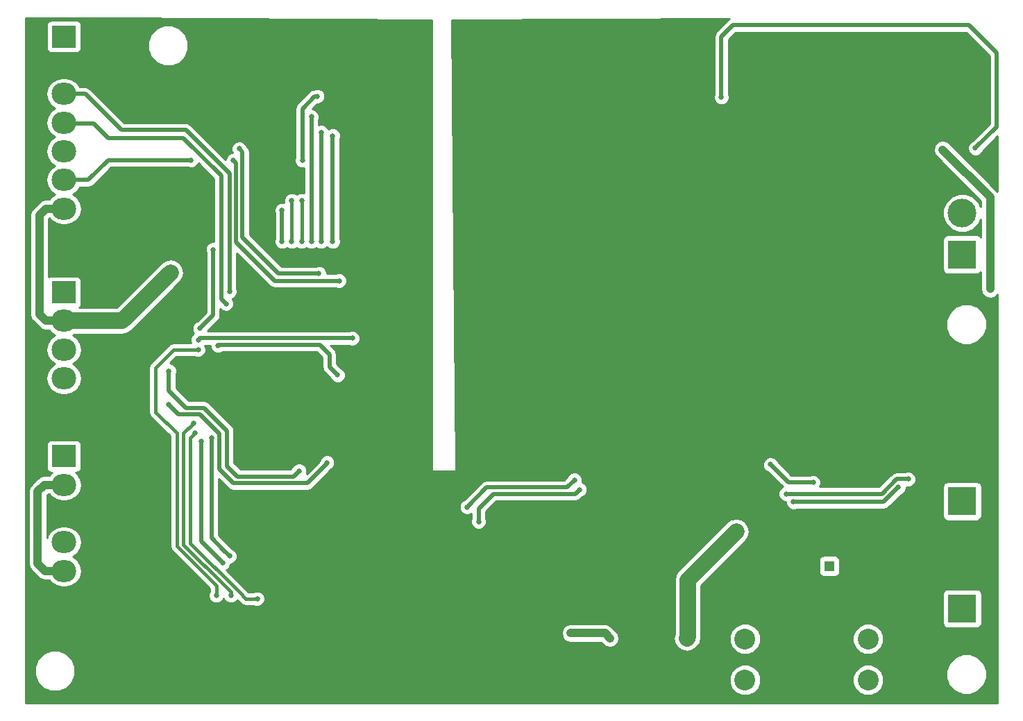
<source format=gbl>
G04 #@! TF.FileFunction,Copper,L2,Bot,Signal*
%FSLAX46Y46*%
G04 Gerber Fmt 4.6, Leading zero omitted, Abs format (unit mm)*
G04 Created by KiCad (PCBNEW 4.0.0-stable) date Thursday, 26 May 2016 'pmt' 07:34:14 pm*
%MOMM*%
G01*
G04 APERTURE LIST*
%ADD10C,0.100000*%
%ADD11R,1.300000X1.300000*%
%ADD12C,1.300000*%
%ADD13C,2.540000*%
%ADD14R,3.500000X3.500000*%
%ADD15C,3.500000*%
%ADD16O,3.000000X2.700000*%
%ADD17R,3.000000X2.700000*%
%ADD18C,0.650000*%
%ADD19C,2.000000*%
%ADD20C,1.000000*%
%ADD21C,3.000000*%
%ADD22C,0.500000*%
%ADD23C,0.400000*%
%ADD24C,0.254000*%
G04 APERTURE END LIST*
D10*
D11*
X208800000Y-122600000D03*
D12*
X213800000Y-122600000D03*
D13*
X198500000Y-136500000D03*
X198500000Y-131500000D03*
X213500000Y-136500000D03*
X213500000Y-131500000D03*
D14*
X225000000Y-127800000D03*
D15*
X225000000Y-122720000D03*
D14*
X225000000Y-84600000D03*
D15*
X225000000Y-79520000D03*
D14*
X225000000Y-114700000D03*
D15*
X225000000Y-109620000D03*
D16*
X115400000Y-82500000D03*
X115400000Y-79000000D03*
D17*
X115400000Y-58000000D03*
D16*
X115400000Y-61500000D03*
X115400000Y-65000000D03*
X115400000Y-68500000D03*
X115400000Y-72000000D03*
X115400000Y-75500000D03*
D17*
X115400000Y-89200000D03*
D16*
X115400000Y-92700000D03*
X115400000Y-96200000D03*
X115400000Y-99700000D03*
X115400000Y-103200000D03*
D17*
X115400000Y-109200000D03*
D16*
X115400000Y-112700000D03*
X115400000Y-116200000D03*
X115400000Y-119700000D03*
X115400000Y-123200000D03*
X115400000Y-126700000D03*
D18*
X159400000Y-77400000D03*
X143600000Y-58400000D03*
X151500000Y-97800000D03*
X142000000Y-134600000D03*
X162300000Y-132800000D03*
X154200000Y-132700000D03*
X160400000Y-135000000D03*
X220200000Y-58400000D03*
X221800000Y-58400000D03*
X217000000Y-58400000D03*
X218600000Y-58400000D03*
X218400000Y-77400000D03*
X215800000Y-77400000D03*
X213100000Y-77400000D03*
X210600000Y-77400000D03*
X151200000Y-87900000D03*
X134800000Y-92200000D03*
X138500000Y-120800000D03*
X140600000Y-109800000D03*
X131200000Y-85600000D03*
X133000000Y-61400000D03*
X151000000Y-59000000D03*
X137200000Y-120800000D03*
X152400000Y-119600000D03*
X147000000Y-114800000D03*
X223000000Y-99600000D03*
X221400000Y-97800000D03*
X223000000Y-97800000D03*
X221400000Y-99600000D03*
X140600000Y-108600000D03*
X134800000Y-93200000D03*
X151400000Y-107800000D03*
X157600000Y-97600000D03*
X152000000Y-81600000D03*
X182400000Y-120000000D03*
X180800000Y-120000000D03*
X204200000Y-120800000D03*
X204200000Y-119200000D03*
X183400000Y-134400000D03*
X181800000Y-134400000D03*
X191400000Y-131400000D03*
X197400000Y-118400000D03*
X222600000Y-71800000D03*
X228400000Y-88800000D03*
X128400000Y-86800000D03*
X182000000Y-131400000D03*
X177200000Y-130800000D03*
X131800000Y-95000000D03*
X150600000Y-94800000D03*
X135600000Y-89100000D03*
X135200000Y-90600000D03*
X136800000Y-71700000D03*
X146500000Y-86900000D03*
X130900000Y-73100000D03*
X136100000Y-73100000D03*
X149000000Y-87800000D03*
X128200000Y-98800000D03*
X144100000Y-111000000D03*
X128200000Y-102900000D03*
X147500000Y-110000000D03*
X148800000Y-99300000D03*
X134200000Y-95700000D03*
X132000000Y-93600000D03*
X133600000Y-84000000D03*
X146300000Y-65300000D03*
X144500000Y-73100000D03*
X145600000Y-83000000D03*
X145600000Y-67800000D03*
X146800000Y-83000000D03*
X146800000Y-69700000D03*
X206800000Y-112400000D03*
X201600000Y-110200000D03*
X195600000Y-65400000D03*
X226600000Y-71600000D03*
X148200000Y-70100000D03*
X148200000Y-83000000D03*
X142000000Y-83000000D03*
X142000000Y-79200000D03*
X131400000Y-106400000D03*
X139000000Y-126600000D03*
X144400000Y-78000000D03*
X144400000Y-83000000D03*
X177700000Y-112100000D03*
X203500000Y-113800000D03*
X164600000Y-115400000D03*
X133400000Y-107000000D03*
X135600000Y-121400000D03*
X218400000Y-112000000D03*
X204400000Y-114800000D03*
X132200000Y-107400000D03*
X166000000Y-117200000D03*
X217200000Y-113000000D03*
X134800000Y-122200000D03*
X178300000Y-113300000D03*
X143200000Y-78000000D03*
X143200000Y-83000000D03*
X131800000Y-96200000D03*
X134000000Y-126200000D03*
X131200000Y-105200000D03*
X135800000Y-126200000D03*
D19*
X225000000Y-109620000D02*
X221980000Y-109620000D01*
X220600000Y-111000000D02*
X220600000Y-122720000D01*
X221980000Y-109620000D02*
X220600000Y-111000000D01*
X225000000Y-122720000D02*
X220600000Y-122720000D01*
X220600000Y-122720000D02*
X213920000Y-122720000D01*
X213920000Y-122720000D02*
X213800000Y-122600000D01*
D20*
X183400000Y-134400000D02*
X189400000Y-134400000D01*
X195400000Y-129600000D02*
X204200000Y-120800000D01*
X195400000Y-133200000D02*
X195400000Y-129600000D01*
X193200000Y-135400000D02*
X195400000Y-133200000D01*
X190400000Y-135400000D02*
X193200000Y-135400000D01*
X189400000Y-134400000D02*
X190400000Y-135400000D01*
X180800000Y-120000000D02*
X182400000Y-120000000D01*
D21*
X204200000Y-119200000D02*
X205400000Y-118000000D01*
X214000000Y-121000000D02*
X214100000Y-121100000D01*
X213800000Y-121000000D02*
X214000000Y-121000000D01*
X210800000Y-118000000D02*
X213800000Y-121000000D01*
X205400000Y-118000000D02*
X210800000Y-118000000D01*
X204200000Y-120800000D02*
X204200000Y-119200000D01*
D20*
X181800000Y-134400000D02*
X183400000Y-134400000D01*
D19*
X191500000Y-131300000D02*
X191500000Y-124300000D01*
X191400000Y-131400000D02*
X191500000Y-131300000D01*
X197400000Y-118400000D02*
X191500000Y-124300000D01*
X191500000Y-124300000D02*
X191500000Y-124400000D01*
D20*
X228400000Y-88800000D02*
X228400000Y-77600000D01*
X228400000Y-77600000D02*
X222600000Y-71800000D01*
X112400000Y-90800000D02*
X112400000Y-91900000D01*
X113200000Y-79000000D02*
X112400000Y-79800000D01*
X112400000Y-79800000D02*
X112400000Y-90800000D01*
X115400000Y-79000000D02*
X113200000Y-79000000D01*
X113200000Y-92700000D02*
X115400000Y-92700000D01*
X112400000Y-91900000D02*
X113200000Y-92700000D01*
D19*
X115400000Y-92700000D02*
X122500000Y-92700000D01*
X122500000Y-92700000D02*
X128400000Y-86800000D01*
D20*
X182000000Y-131400000D02*
X181400000Y-130800000D01*
X181400000Y-130800000D02*
X177200000Y-130800000D01*
D22*
X148700000Y-94800000D02*
X150600000Y-94800000D01*
X133400000Y-94800000D02*
X132000000Y-94800000D01*
X148400000Y-94800000D02*
X133400000Y-94800000D01*
X132000000Y-94800000D02*
X131800000Y-95000000D01*
X148400000Y-94800000D02*
X148700000Y-94800000D01*
X122400000Y-69400000D02*
X118000000Y-65000000D01*
X135600000Y-89100000D02*
X135600000Y-74700000D01*
X130300000Y-69400000D02*
X122400000Y-69400000D01*
X135600000Y-74700000D02*
X130300000Y-69400000D01*
X118000000Y-65000000D02*
X115400000Y-65000000D01*
X115500000Y-68600000D02*
X118200000Y-68600000D01*
X134600000Y-90000000D02*
X134600000Y-75000000D01*
X134600000Y-75000000D02*
X130000000Y-70400000D01*
X130000000Y-70400000D02*
X120800000Y-70400000D01*
X120800000Y-70400000D02*
X119000000Y-68600000D01*
X119000000Y-68600000D02*
X118200000Y-68600000D01*
X135200000Y-90600000D02*
X134600000Y-90000000D01*
X115500000Y-68600000D02*
X115400000Y-68500000D01*
X146500000Y-86900000D02*
X141600000Y-86900000D01*
X137200000Y-72100000D02*
X136800000Y-71700000D01*
X141600000Y-86900000D02*
X137200000Y-82500000D01*
X137200000Y-82500000D02*
X137200000Y-72100000D01*
X115400000Y-75500000D02*
X117700000Y-75500000D01*
X130900000Y-73100000D02*
X120800000Y-73100000D01*
X120800000Y-73100000D02*
X118400000Y-75500000D01*
X118400000Y-75500000D02*
X117700000Y-75500000D01*
X141100000Y-87800000D02*
X136400000Y-83100000D01*
X136400000Y-83100000D02*
X136400000Y-73400000D01*
X136400000Y-73400000D02*
X136100000Y-73100000D01*
X141300002Y-87800000D02*
X148500000Y-87800000D01*
X141300002Y-87800000D02*
X141100000Y-87800000D01*
X148500000Y-87800000D02*
X149000000Y-87800000D01*
X148600000Y-87800000D02*
X148500000Y-87800000D01*
X143400000Y-111700000D02*
X136600000Y-111700000D01*
X136600000Y-111700000D02*
X135300000Y-110400000D01*
X135300000Y-110400000D02*
X135300000Y-106100000D01*
X135300000Y-106100000D02*
X132500000Y-103300000D01*
X132500000Y-103300000D02*
X130300000Y-103300000D01*
X130300000Y-103300000D02*
X128200000Y-101200000D01*
X128200000Y-101200000D02*
X128200000Y-98800000D01*
X144100000Y-111000000D02*
X143400000Y-111700000D01*
X147500000Y-110100000D02*
X145100000Y-112500000D01*
X145100000Y-112500000D02*
X136100000Y-112500000D01*
X136100000Y-112500000D02*
X134400000Y-110800000D01*
X134400000Y-110800000D02*
X134400000Y-106500000D01*
X134400000Y-106500000D02*
X132000000Y-104100000D01*
X132000000Y-104100000D02*
X129400000Y-104100000D01*
X129400000Y-104100000D02*
X128200000Y-102900000D01*
X147500000Y-110000000D02*
X147500000Y-110100000D01*
X147800000Y-98200000D02*
X147800000Y-98300000D01*
X147800000Y-98300000D02*
X148800000Y-99300000D01*
X146600000Y-95600000D02*
X147800000Y-96800000D01*
X147800000Y-96800000D02*
X147800000Y-98200000D01*
X135200000Y-95600000D02*
X134300000Y-95600000D01*
X134300000Y-95600000D02*
X134200000Y-95700000D01*
X135200000Y-95600000D02*
X146600000Y-95600000D01*
D20*
X115400000Y-112700000D02*
X113000000Y-112700000D01*
X113100000Y-123200000D02*
X115400000Y-123200000D01*
X112200000Y-122300000D02*
X113100000Y-123200000D01*
X112200000Y-113500000D02*
X112200000Y-122300000D01*
X113000000Y-112700000D02*
X112200000Y-113500000D01*
D22*
X132000000Y-93600000D02*
X133600000Y-92000000D01*
X133600000Y-92000000D02*
X133600000Y-84000000D01*
X146000000Y-65300000D02*
X146300000Y-65300000D01*
X144500000Y-66800000D02*
X146000000Y-65300000D01*
X144500000Y-73100000D02*
X144500000Y-66800000D01*
X145600000Y-72400000D02*
X145600000Y-67800000D01*
X145600000Y-72400000D02*
X145600000Y-83000000D01*
X146800000Y-71400000D02*
X146800000Y-69700000D01*
X146800000Y-71400000D02*
X146800000Y-83000000D01*
X206800000Y-112400000D02*
X203800000Y-112400000D01*
X203800000Y-112400000D02*
X201600000Y-110200000D01*
X229200000Y-60800000D02*
X229200000Y-60000000D01*
X226600000Y-71600000D02*
X229200000Y-69000000D01*
X229200000Y-69000000D02*
X229200000Y-60800000D01*
X195600000Y-58000000D02*
X195600000Y-65400000D01*
X197000000Y-56600000D02*
X195600000Y-58000000D01*
X225800000Y-56600000D02*
X197000000Y-56600000D01*
X229200000Y-60000000D02*
X225800000Y-56600000D01*
X148200000Y-70100000D02*
X148200000Y-83000000D01*
X142000000Y-79200000D02*
X142000000Y-83000000D01*
D23*
X136800000Y-125800000D02*
X137600000Y-126600000D01*
X131400000Y-106400000D02*
X130800000Y-107000000D01*
X130800000Y-107000000D02*
X130800000Y-119800000D01*
X130800000Y-119800000D02*
X136800000Y-125800000D01*
X137600000Y-126600000D02*
X139000000Y-126600000D01*
X144400000Y-83000000D02*
X144400000Y-78000000D01*
D22*
X176200000Y-113000000D02*
X168000000Y-113000000D01*
X176800000Y-113000000D02*
X176200000Y-113000000D01*
X177700000Y-112100000D02*
X176800000Y-113000000D01*
X213200000Y-113800000D02*
X203500000Y-113800000D01*
X135000000Y-120800000D02*
X135600000Y-121400000D01*
X167000000Y-113000000D02*
X164600000Y-115400000D01*
X168000000Y-113000000D02*
X167000000Y-113000000D01*
X133400000Y-119200000D02*
X135000000Y-120800000D01*
X133400000Y-107000000D02*
X133400000Y-119200000D01*
X168000000Y-113000000D02*
X167800000Y-113000000D01*
X215200000Y-113800000D02*
X213200000Y-113800000D01*
X217000000Y-112000000D02*
X215200000Y-113800000D01*
X218400000Y-112000000D02*
X217000000Y-112000000D01*
X214600000Y-113800000D02*
X213200000Y-113800000D01*
X132200000Y-107400000D02*
X132200000Y-119600000D01*
X166200000Y-115400000D02*
X166000000Y-115600000D01*
X166000000Y-115600000D02*
X166000000Y-117200000D01*
X217200000Y-113000000D02*
X215400000Y-114800000D01*
X176200000Y-113800000D02*
X167800000Y-113800000D01*
X167800000Y-113800000D02*
X166200000Y-115400000D01*
X132200000Y-119600000D02*
X134800000Y-122200000D01*
X215400000Y-114800000D02*
X204400000Y-114800000D01*
X177800000Y-113800000D02*
X176200000Y-113800000D01*
X178300000Y-113300000D02*
X177800000Y-113800000D01*
D23*
X143200000Y-83000000D02*
X143200000Y-78000000D01*
X131800000Y-96200000D02*
X128800000Y-96200000D01*
X129200000Y-106400000D02*
X126600000Y-103800000D01*
X126600000Y-103800000D02*
X126600000Y-101400000D01*
X129200000Y-120200000D02*
X134000000Y-125000000D01*
X134000000Y-125000000D02*
X134000000Y-126200000D01*
X129200000Y-120200000D02*
X129200000Y-106400000D01*
X126600000Y-98400000D02*
X126600000Y-101400000D01*
X128800000Y-96200000D02*
X126600000Y-98400000D01*
X135200000Y-125200000D02*
X135800000Y-125800000D01*
X130000000Y-120000000D02*
X135200000Y-125200000D01*
X130000000Y-106400000D02*
X130000000Y-120000000D01*
X131200000Y-105200000D02*
X130000000Y-106400000D01*
X135800000Y-125800000D02*
X135800000Y-126200000D01*
D24*
G36*
X160273000Y-56025988D02*
X160273000Y-110900000D01*
X160283006Y-110949410D01*
X160311447Y-110991035D01*
X160353841Y-111018315D01*
X160400000Y-111027000D01*
X163100000Y-111027000D01*
X163149410Y-111016994D01*
X163191035Y-110988553D01*
X163218315Y-110946159D01*
X163226995Y-110898848D01*
X163222379Y-110390118D01*
X200639833Y-110390118D01*
X200785677Y-110743086D01*
X201055493Y-111013374D01*
X201237278Y-111088857D01*
X203082292Y-112933871D01*
X202956914Y-112985677D01*
X202686626Y-113255493D01*
X202540167Y-113608206D01*
X202539833Y-113990118D01*
X202685677Y-114343086D01*
X202955493Y-114613374D01*
X203308206Y-114759833D01*
X203440034Y-114759948D01*
X203439833Y-114990118D01*
X203585677Y-115343086D01*
X203855493Y-115613374D01*
X204208206Y-115759833D01*
X204590118Y-115760167D01*
X204772035Y-115685000D01*
X215399995Y-115685000D01*
X215400000Y-115685001D01*
X215682484Y-115628810D01*
X215738675Y-115617633D01*
X216025790Y-115425790D01*
X217562737Y-113888842D01*
X217743086Y-113814323D01*
X218013374Y-113544507D01*
X218159833Y-113191794D01*
X218160053Y-112939838D01*
X218208206Y-112959833D01*
X218590118Y-112960167D01*
X218614723Y-112950000D01*
X222602560Y-112950000D01*
X222602560Y-116450000D01*
X222646838Y-116685317D01*
X222785910Y-116901441D01*
X222998110Y-117046431D01*
X223250000Y-117097440D01*
X226750000Y-117097440D01*
X226985317Y-117053162D01*
X227201441Y-116914090D01*
X227346431Y-116701890D01*
X227397440Y-116450000D01*
X227397440Y-112950000D01*
X227353162Y-112714683D01*
X227214090Y-112498559D01*
X227001890Y-112353569D01*
X226750000Y-112302560D01*
X223250000Y-112302560D01*
X223014683Y-112346838D01*
X222798559Y-112485910D01*
X222653569Y-112698110D01*
X222602560Y-112950000D01*
X218614723Y-112950000D01*
X218943086Y-112814323D01*
X219213374Y-112544507D01*
X219359833Y-112191794D01*
X219360167Y-111809882D01*
X219214323Y-111456914D01*
X218944507Y-111186626D01*
X218591794Y-111040167D01*
X218209882Y-111039833D01*
X218027965Y-111115000D01*
X217000000Y-111115000D01*
X216661325Y-111182367D01*
X216374210Y-111374210D01*
X216374208Y-111374213D01*
X214833420Y-112915000D01*
X207625626Y-112915000D01*
X207759833Y-112591794D01*
X207760167Y-112209882D01*
X207614323Y-111856914D01*
X207344507Y-111586626D01*
X206991794Y-111440167D01*
X206609882Y-111439833D01*
X206427965Y-111515000D01*
X204166579Y-111515000D01*
X202488841Y-109837261D01*
X202414323Y-109656914D01*
X202144507Y-109386626D01*
X201791794Y-109240167D01*
X201409882Y-109239833D01*
X201056914Y-109385677D01*
X200786626Y-109655493D01*
X200640167Y-110008206D01*
X200639833Y-110390118D01*
X163222379Y-110390118D01*
X163069948Y-93592128D01*
X223014570Y-93592128D01*
X223392091Y-94505800D01*
X224090523Y-95205452D01*
X225003534Y-95584568D01*
X225992128Y-95585430D01*
X226905800Y-95207909D01*
X227605452Y-94509477D01*
X227984568Y-93596466D01*
X227985430Y-92607872D01*
X227607909Y-91694200D01*
X226909477Y-90994548D01*
X225996466Y-90615432D01*
X225007872Y-90614570D01*
X224094200Y-90992091D01*
X223394548Y-91690523D01*
X223015432Y-92603534D01*
X223014570Y-93592128D01*
X163069948Y-93592128D01*
X162729064Y-56026829D01*
X196598536Y-55824321D01*
X196374210Y-55974210D01*
X196374208Y-55974213D01*
X194974210Y-57374210D01*
X194782367Y-57661325D01*
X194782367Y-57661326D01*
X194714999Y-58000000D01*
X194715000Y-58000005D01*
X194715000Y-65027988D01*
X194640167Y-65208206D01*
X194639833Y-65590118D01*
X194785677Y-65943086D01*
X195055493Y-66213374D01*
X195408206Y-66359833D01*
X195790118Y-66360167D01*
X196143086Y-66214323D01*
X196413374Y-65944507D01*
X196559833Y-65591794D01*
X196560167Y-65209882D01*
X196485000Y-65027965D01*
X196485000Y-58366580D01*
X197366579Y-57485000D01*
X225433420Y-57485000D01*
X228315000Y-60366579D01*
X228315000Y-68633421D01*
X226237261Y-70711159D01*
X226056914Y-70785677D01*
X225786626Y-71055493D01*
X225640167Y-71408206D01*
X225639833Y-71790118D01*
X225785677Y-72143086D01*
X226055493Y-72413374D01*
X226408206Y-72559833D01*
X226790118Y-72560167D01*
X227143086Y-72414323D01*
X227413374Y-72144507D01*
X227488857Y-71962722D01*
X229290000Y-70161579D01*
X229290000Y-76928288D01*
X229202566Y-76797434D01*
X223402566Y-70997434D01*
X223034345Y-70751397D01*
X222600000Y-70665000D01*
X222165655Y-70751397D01*
X221797434Y-70997434D01*
X221551397Y-71365655D01*
X221465000Y-71800000D01*
X221551397Y-72234345D01*
X221797434Y-72602566D01*
X227265000Y-78070132D01*
X227265000Y-78756253D01*
X227023084Y-78170771D01*
X226352758Y-77499274D01*
X225476487Y-77135415D01*
X224527675Y-77134587D01*
X223650771Y-77496916D01*
X222979274Y-78167242D01*
X222615415Y-79043513D01*
X222614587Y-79992325D01*
X222976916Y-80869229D01*
X223647242Y-81540726D01*
X224523513Y-81904585D01*
X225472325Y-81905413D01*
X226349229Y-81543084D01*
X227020726Y-80872758D01*
X227265000Y-80284480D01*
X227265000Y-82477675D01*
X227214090Y-82398559D01*
X227001890Y-82253569D01*
X226750000Y-82202560D01*
X223250000Y-82202560D01*
X223014683Y-82246838D01*
X222798559Y-82385910D01*
X222653569Y-82598110D01*
X222602560Y-82850000D01*
X222602560Y-86350000D01*
X222646838Y-86585317D01*
X222785910Y-86801441D01*
X222998110Y-86946431D01*
X223250000Y-86997440D01*
X226750000Y-86997440D01*
X226985317Y-86953162D01*
X227201441Y-86814090D01*
X227265000Y-86721068D01*
X227265000Y-88800000D01*
X227351397Y-89234346D01*
X227597434Y-89602566D01*
X227965654Y-89848603D01*
X228400000Y-89935000D01*
X228834346Y-89848603D01*
X229202566Y-89602566D01*
X229290000Y-89471712D01*
X229290000Y-139290000D01*
X110710000Y-139290000D01*
X110710000Y-135892128D01*
X111814570Y-135892128D01*
X112192091Y-136805800D01*
X112890523Y-137505452D01*
X113803534Y-137884568D01*
X114792128Y-137885430D01*
X115705800Y-137507909D01*
X116337545Y-136877265D01*
X196594670Y-136877265D01*
X196884078Y-137577686D01*
X197419495Y-138114039D01*
X198119410Y-138404668D01*
X198877265Y-138405330D01*
X199577686Y-138115922D01*
X200114039Y-137580505D01*
X200404668Y-136880590D01*
X200404670Y-136877265D01*
X211594670Y-136877265D01*
X211884078Y-137577686D01*
X212419495Y-138114039D01*
X213119410Y-138404668D01*
X213877265Y-138405330D01*
X214577686Y-138115922D01*
X215114039Y-137580505D01*
X215404668Y-136880590D01*
X215405182Y-136292128D01*
X223014570Y-136292128D01*
X223392091Y-137205800D01*
X224090523Y-137905452D01*
X225003534Y-138284568D01*
X225992128Y-138285430D01*
X226905800Y-137907909D01*
X227605452Y-137209477D01*
X227984568Y-136296466D01*
X227985430Y-135307872D01*
X227607909Y-134394200D01*
X226909477Y-133694548D01*
X225996466Y-133315432D01*
X225007872Y-133314570D01*
X224094200Y-133692091D01*
X223394548Y-134390523D01*
X223015432Y-135303534D01*
X223014570Y-136292128D01*
X215405182Y-136292128D01*
X215405330Y-136122735D01*
X215115922Y-135422314D01*
X214580505Y-134885961D01*
X213880590Y-134595332D01*
X213122735Y-134594670D01*
X212422314Y-134884078D01*
X211885961Y-135419495D01*
X211595332Y-136119410D01*
X211594670Y-136877265D01*
X200404670Y-136877265D01*
X200405330Y-136122735D01*
X200115922Y-135422314D01*
X199580505Y-134885961D01*
X198880590Y-134595332D01*
X198122735Y-134594670D01*
X197422314Y-134884078D01*
X196885961Y-135419495D01*
X196595332Y-136119410D01*
X196594670Y-136877265D01*
X116337545Y-136877265D01*
X116405452Y-136809477D01*
X116784568Y-135896466D01*
X116785430Y-134907872D01*
X116407909Y-133994200D01*
X115709477Y-133294548D01*
X114796466Y-132915432D01*
X113807872Y-132914570D01*
X112894200Y-133292091D01*
X112194548Y-133990523D01*
X111815432Y-134903534D01*
X111814570Y-135892128D01*
X110710000Y-135892128D01*
X110710000Y-130800000D01*
X176065000Y-130800000D01*
X176151397Y-131234346D01*
X176397434Y-131602566D01*
X176765654Y-131848603D01*
X177200000Y-131935000D01*
X180929868Y-131935000D01*
X181197434Y-132202566D01*
X181565655Y-132448603D01*
X182000000Y-132535000D01*
X182434345Y-132448603D01*
X182802566Y-132202566D01*
X183048603Y-131834345D01*
X183135000Y-131400000D01*
X189764999Y-131400000D01*
X189889457Y-132025688D01*
X190243880Y-132556120D01*
X190774312Y-132910543D01*
X191400000Y-133035001D01*
X192025688Y-132910543D01*
X192556120Y-132556120D01*
X192656117Y-132456122D01*
X192656120Y-132456120D01*
X193010543Y-131925687D01*
X193020174Y-131877265D01*
X196594670Y-131877265D01*
X196884078Y-132577686D01*
X197419495Y-133114039D01*
X198119410Y-133404668D01*
X198877265Y-133405330D01*
X199577686Y-133115922D01*
X200114039Y-132580505D01*
X200404668Y-131880590D01*
X200404670Y-131877265D01*
X211594670Y-131877265D01*
X211884078Y-132577686D01*
X212419495Y-133114039D01*
X213119410Y-133404668D01*
X213877265Y-133405330D01*
X214577686Y-133115922D01*
X215114039Y-132580505D01*
X215404668Y-131880590D01*
X215405330Y-131122735D01*
X215115922Y-130422314D01*
X214580505Y-129885961D01*
X213880590Y-129595332D01*
X213122735Y-129594670D01*
X212422314Y-129884078D01*
X211885961Y-130419495D01*
X211595332Y-131119410D01*
X211594670Y-131877265D01*
X200404670Y-131877265D01*
X200405330Y-131122735D01*
X200115922Y-130422314D01*
X199580505Y-129885961D01*
X198880590Y-129595332D01*
X198122735Y-129594670D01*
X197422314Y-129884078D01*
X196885961Y-130419495D01*
X196595332Y-131119410D01*
X196594670Y-131877265D01*
X193020174Y-131877265D01*
X193135000Y-131300000D01*
X193135000Y-126050000D01*
X222602560Y-126050000D01*
X222602560Y-129550000D01*
X222646838Y-129785317D01*
X222785910Y-130001441D01*
X222998110Y-130146431D01*
X223250000Y-130197440D01*
X226750000Y-130197440D01*
X226985317Y-130153162D01*
X227201441Y-130014090D01*
X227346431Y-129801890D01*
X227397440Y-129550000D01*
X227397440Y-126050000D01*
X227353162Y-125814683D01*
X227214090Y-125598559D01*
X227001890Y-125453569D01*
X226750000Y-125402560D01*
X223250000Y-125402560D01*
X223014683Y-125446838D01*
X222798559Y-125585910D01*
X222653569Y-125798110D01*
X222602560Y-126050000D01*
X193135000Y-126050000D01*
X193135000Y-124977240D01*
X196162240Y-121950000D01*
X207502560Y-121950000D01*
X207502560Y-123250000D01*
X207546838Y-123485317D01*
X207685910Y-123701441D01*
X207898110Y-123846431D01*
X208150000Y-123897440D01*
X209450000Y-123897440D01*
X209685317Y-123853162D01*
X209901441Y-123714090D01*
X210046431Y-123501890D01*
X210097440Y-123250000D01*
X210097440Y-121950000D01*
X210053162Y-121714683D01*
X209914090Y-121498559D01*
X209701890Y-121353569D01*
X209450000Y-121302560D01*
X208150000Y-121302560D01*
X207914683Y-121346838D01*
X207698559Y-121485910D01*
X207553569Y-121698110D01*
X207502560Y-121950000D01*
X196162240Y-121950000D01*
X198556120Y-119556120D01*
X198910543Y-119025688D01*
X199035001Y-118400000D01*
X198910543Y-117774312D01*
X198556120Y-117243880D01*
X198025688Y-116889457D01*
X197400000Y-116764999D01*
X196774312Y-116889457D01*
X196243880Y-117243880D01*
X190343880Y-123143880D01*
X189989457Y-123674312D01*
X189864999Y-124300000D01*
X189865000Y-124300005D01*
X189865000Y-130897265D01*
X189764999Y-131400000D01*
X183135000Y-131400000D01*
X183048603Y-130965655D01*
X182802566Y-130597434D01*
X182202566Y-129997434D01*
X182035735Y-129885961D01*
X181834346Y-129751397D01*
X181400000Y-129665000D01*
X177200000Y-129665000D01*
X176765654Y-129751397D01*
X176397434Y-129997434D01*
X176151397Y-130365654D01*
X176065000Y-130800000D01*
X110710000Y-130800000D01*
X110710000Y-113500000D01*
X111065000Y-113500000D01*
X111065000Y-122300000D01*
X111151397Y-122734346D01*
X111337838Y-123013374D01*
X111397434Y-123102566D01*
X112297434Y-124002566D01*
X112665654Y-124248603D01*
X113100000Y-124335000D01*
X113625088Y-124335000D01*
X113804566Y-124603607D01*
X114448546Y-125033901D01*
X115208173Y-125185000D01*
X115591827Y-125185000D01*
X116351454Y-125033901D01*
X116995434Y-124603607D01*
X117425728Y-123959627D01*
X117576827Y-123200000D01*
X117425728Y-122440373D01*
X116995434Y-121796393D01*
X116477021Y-121450000D01*
X116995434Y-121103607D01*
X117425728Y-120459627D01*
X117576827Y-119700000D01*
X117425728Y-118940373D01*
X116995434Y-118296393D01*
X116351454Y-117866099D01*
X115591827Y-117715000D01*
X115208173Y-117715000D01*
X114448546Y-117866099D01*
X113804566Y-118296393D01*
X113374272Y-118940373D01*
X113335000Y-119137807D01*
X113335000Y-113970132D01*
X113470132Y-113835000D01*
X113625088Y-113835000D01*
X113804566Y-114103607D01*
X114448546Y-114533901D01*
X115208173Y-114685000D01*
X115591827Y-114685000D01*
X116351454Y-114533901D01*
X116995434Y-114103607D01*
X117425728Y-113459627D01*
X117576827Y-112700000D01*
X117425728Y-111940373D01*
X116995434Y-111296393D01*
X116847340Y-111197440D01*
X116900000Y-111197440D01*
X117135317Y-111153162D01*
X117351441Y-111014090D01*
X117496431Y-110801890D01*
X117547440Y-110550000D01*
X117547440Y-107850000D01*
X117503162Y-107614683D01*
X117364090Y-107398559D01*
X117151890Y-107253569D01*
X116900000Y-107202560D01*
X113900000Y-107202560D01*
X113664683Y-107246838D01*
X113448559Y-107385910D01*
X113303569Y-107598110D01*
X113252560Y-107850000D01*
X113252560Y-110550000D01*
X113296838Y-110785317D01*
X113435910Y-111001441D01*
X113648110Y-111146431D01*
X113900000Y-111197440D01*
X113952660Y-111197440D01*
X113804566Y-111296393D01*
X113625088Y-111565000D01*
X113000000Y-111565000D01*
X112565654Y-111651397D01*
X112232191Y-111874210D01*
X112197434Y-111897434D01*
X111397434Y-112697434D01*
X111151397Y-113065654D01*
X111065000Y-113500000D01*
X110710000Y-113500000D01*
X110710000Y-79800000D01*
X111265000Y-79800000D01*
X111265000Y-91900000D01*
X111351397Y-92334346D01*
X111546133Y-92625789D01*
X111597434Y-92702566D01*
X112397434Y-93502566D01*
X112765654Y-93748603D01*
X113200000Y-93835000D01*
X113625088Y-93835000D01*
X113804566Y-94103607D01*
X114322979Y-94450000D01*
X113804566Y-94796393D01*
X113374272Y-95440373D01*
X113223173Y-96200000D01*
X113374272Y-96959627D01*
X113804566Y-97603607D01*
X114322979Y-97950000D01*
X113804566Y-98296393D01*
X113374272Y-98940373D01*
X113223173Y-99700000D01*
X113374272Y-100459627D01*
X113804566Y-101103607D01*
X114448546Y-101533901D01*
X115208173Y-101685000D01*
X115591827Y-101685000D01*
X116351454Y-101533901D01*
X116995434Y-101103607D01*
X117425728Y-100459627D01*
X117576827Y-99700000D01*
X117425728Y-98940373D01*
X116995434Y-98296393D01*
X116477021Y-97950000D01*
X116995434Y-97603607D01*
X117425728Y-96959627D01*
X117576827Y-96200000D01*
X117425728Y-95440373D01*
X116995434Y-94796393D01*
X116477021Y-94450000D01*
X116649130Y-94335000D01*
X122499995Y-94335000D01*
X122500000Y-94335001D01*
X123125688Y-94210543D01*
X123656120Y-93856120D01*
X129556120Y-87956120D01*
X129910543Y-87425688D01*
X130035001Y-86800000D01*
X129910543Y-86174312D01*
X129556120Y-85643880D01*
X129025688Y-85289457D01*
X128400000Y-85164999D01*
X127774312Y-85289457D01*
X127243880Y-85643880D01*
X121822760Y-91065000D01*
X117272325Y-91065000D01*
X117351441Y-91014090D01*
X117496431Y-90801890D01*
X117547440Y-90550000D01*
X117547440Y-87850000D01*
X117503162Y-87614683D01*
X117364090Y-87398559D01*
X117151890Y-87253569D01*
X116900000Y-87202560D01*
X113900000Y-87202560D01*
X113664683Y-87246838D01*
X113535000Y-87330287D01*
X113535000Y-80270132D01*
X113643130Y-80162002D01*
X113804566Y-80403607D01*
X114448546Y-80833901D01*
X115208173Y-80985000D01*
X115591827Y-80985000D01*
X116351454Y-80833901D01*
X116995434Y-80403607D01*
X117425728Y-79759627D01*
X117576827Y-79000000D01*
X117425728Y-78240373D01*
X116995434Y-77596393D01*
X116477021Y-77250000D01*
X116995434Y-76903607D01*
X117341956Y-76385000D01*
X118399995Y-76385000D01*
X118400000Y-76385001D01*
X118682484Y-76328810D01*
X118738675Y-76317633D01*
X119025790Y-76125790D01*
X121166579Y-73985000D01*
X130527988Y-73985000D01*
X130708206Y-74059833D01*
X131090118Y-74060167D01*
X131443086Y-73914323D01*
X131713374Y-73644507D01*
X131795396Y-73446976D01*
X133715000Y-75366579D01*
X133715000Y-83040100D01*
X133409882Y-83039833D01*
X133056914Y-83185677D01*
X132786626Y-83455493D01*
X132640167Y-83808206D01*
X132639833Y-84190118D01*
X132715000Y-84372035D01*
X132715000Y-91633421D01*
X131637262Y-92711159D01*
X131456914Y-92785677D01*
X131186626Y-93055493D01*
X131040167Y-93408206D01*
X131039833Y-93790118D01*
X131185677Y-94143086D01*
X131242529Y-94200037D01*
X130986626Y-94455493D01*
X130840167Y-94808206D01*
X130839833Y-95190118D01*
X130912093Y-95365000D01*
X128800000Y-95365000D01*
X128480459Y-95428561D01*
X128306934Y-95544507D01*
X128209566Y-95609566D01*
X126009566Y-97809566D01*
X125828561Y-98080459D01*
X125765000Y-98400000D01*
X125765000Y-103800000D01*
X125828561Y-104119541D01*
X125908938Y-104239833D01*
X126009566Y-104390434D01*
X128365000Y-106745868D01*
X128365000Y-120200000D01*
X128428561Y-120519541D01*
X128609566Y-120790434D01*
X133165000Y-125345868D01*
X133165000Y-125707574D01*
X133040167Y-126008206D01*
X133039833Y-126390118D01*
X133185677Y-126743086D01*
X133455493Y-127013374D01*
X133808206Y-127159833D01*
X134190118Y-127160167D01*
X134543086Y-127014323D01*
X134813374Y-126744507D01*
X134900032Y-126535811D01*
X134985677Y-126743086D01*
X135255493Y-127013374D01*
X135608206Y-127159833D01*
X135990118Y-127160167D01*
X136343086Y-127014323D01*
X136588485Y-126769353D01*
X137009566Y-127190434D01*
X137280459Y-127371439D01*
X137600000Y-127435000D01*
X138507574Y-127435000D01*
X138808206Y-127559833D01*
X139190118Y-127560167D01*
X139543086Y-127414323D01*
X139813374Y-127144507D01*
X139959833Y-126791794D01*
X139960167Y-126409882D01*
X139814323Y-126056914D01*
X139544507Y-125786626D01*
X139191794Y-125640167D01*
X138809882Y-125639833D01*
X138506956Y-125765000D01*
X137945868Y-125765000D01*
X135238433Y-123057565D01*
X135343086Y-123014323D01*
X135613374Y-122744507D01*
X135759833Y-122391794D01*
X135759861Y-122360141D01*
X135790118Y-122360167D01*
X136143086Y-122214323D01*
X136413374Y-121944507D01*
X136559833Y-121591794D01*
X136560167Y-121209882D01*
X136414323Y-120856914D01*
X136144507Y-120586626D01*
X135962722Y-120511142D01*
X135625790Y-120174210D01*
X135625787Y-120174208D01*
X134285000Y-118833420D01*
X134285000Y-115590118D01*
X163639833Y-115590118D01*
X163785677Y-115943086D01*
X164055493Y-116213374D01*
X164408206Y-116359833D01*
X164790118Y-116360167D01*
X165115000Y-116225928D01*
X165115000Y-116827988D01*
X165040167Y-117008206D01*
X165039833Y-117390118D01*
X165185677Y-117743086D01*
X165455493Y-118013374D01*
X165808206Y-118159833D01*
X166190118Y-118160167D01*
X166543086Y-118014323D01*
X166813374Y-117744507D01*
X166959833Y-117391794D01*
X166960167Y-117009882D01*
X166885000Y-116827965D01*
X166885000Y-115966580D01*
X168166579Y-114685000D01*
X177799995Y-114685000D01*
X177800000Y-114685001D01*
X178082484Y-114628810D01*
X178138675Y-114617633D01*
X178425790Y-114425790D01*
X178662738Y-114188842D01*
X178843086Y-114114323D01*
X179113374Y-113844507D01*
X179259833Y-113491794D01*
X179260167Y-113109882D01*
X179114323Y-112756914D01*
X178844507Y-112486626D01*
X178617988Y-112392567D01*
X178659833Y-112291794D01*
X178660167Y-111909882D01*
X178514323Y-111556914D01*
X178244507Y-111286626D01*
X177891794Y-111140167D01*
X177509882Y-111139833D01*
X177156914Y-111285677D01*
X176886626Y-111555493D01*
X176811142Y-111737279D01*
X176433420Y-112115000D01*
X167000005Y-112115000D01*
X167000000Y-112114999D01*
X166661326Y-112182366D01*
X166566054Y-112246025D01*
X166374210Y-112374210D01*
X166374208Y-112374213D01*
X164237261Y-114511159D01*
X164056914Y-114585677D01*
X163786626Y-114855493D01*
X163640167Y-115208206D01*
X163639833Y-115590118D01*
X134285000Y-115590118D01*
X134285000Y-111936580D01*
X135474208Y-113125787D01*
X135474210Y-113125790D01*
X135761325Y-113317633D01*
X135817516Y-113328810D01*
X136100000Y-113385001D01*
X136100005Y-113385000D01*
X145099995Y-113385000D01*
X145100000Y-113385001D01*
X145382484Y-113328810D01*
X145438675Y-113317633D01*
X145725790Y-113125790D01*
X145725791Y-113125789D01*
X148033151Y-110818428D01*
X148043086Y-110814323D01*
X148313374Y-110544507D01*
X148459833Y-110191794D01*
X148460167Y-109809882D01*
X148314323Y-109456914D01*
X148044507Y-109186626D01*
X147691794Y-109040167D01*
X147309882Y-109039833D01*
X146956914Y-109185677D01*
X146686626Y-109455493D01*
X146540167Y-109808206D01*
X146540167Y-109808254D01*
X144991101Y-111357319D01*
X145059833Y-111191794D01*
X145060167Y-110809882D01*
X144914323Y-110456914D01*
X144644507Y-110186626D01*
X144291794Y-110040167D01*
X143909882Y-110039833D01*
X143556914Y-110185677D01*
X143286626Y-110455493D01*
X143211142Y-110637278D01*
X143033420Y-110815000D01*
X136966579Y-110815000D01*
X136185000Y-110033420D01*
X136185000Y-106100005D01*
X136185001Y-106100000D01*
X136117633Y-105761326D01*
X136117633Y-105761325D01*
X135925790Y-105474210D01*
X135925787Y-105474208D01*
X133125790Y-102674210D01*
X132956846Y-102561326D01*
X132838675Y-102482367D01*
X132782484Y-102471190D01*
X132500000Y-102414999D01*
X132499995Y-102415000D01*
X130666579Y-102415000D01*
X129085000Y-100833420D01*
X129085000Y-99172012D01*
X129159833Y-98991794D01*
X129160167Y-98609882D01*
X129014323Y-98256914D01*
X128744507Y-97986626D01*
X128391794Y-97840167D01*
X128340746Y-97840122D01*
X129145868Y-97035000D01*
X131307574Y-97035000D01*
X131608206Y-97159833D01*
X131990118Y-97160167D01*
X132343086Y-97014323D01*
X132613374Y-96744507D01*
X132759833Y-96391794D01*
X132760167Y-96009882D01*
X132625928Y-95685000D01*
X133240012Y-95685000D01*
X133239833Y-95890118D01*
X133385677Y-96243086D01*
X133655493Y-96513374D01*
X134008206Y-96659833D01*
X134390118Y-96660167D01*
X134743086Y-96514323D01*
X134772460Y-96485000D01*
X146233420Y-96485000D01*
X146915000Y-97166579D01*
X146915000Y-98299995D01*
X146914999Y-98300000D01*
X146952122Y-98486626D01*
X146982367Y-98638675D01*
X147107393Y-98825790D01*
X147174210Y-98925790D01*
X147911158Y-99662737D01*
X147985677Y-99843086D01*
X148255493Y-100113374D01*
X148608206Y-100259833D01*
X148990118Y-100260167D01*
X149343086Y-100114323D01*
X149613374Y-99844507D01*
X149759833Y-99491794D01*
X149760167Y-99109882D01*
X149614323Y-98756914D01*
X149344507Y-98486626D01*
X149162721Y-98411142D01*
X148685000Y-97933420D01*
X148685000Y-96800005D01*
X148685001Y-96800000D01*
X148617633Y-96461325D01*
X148570054Y-96390118D01*
X148425790Y-96174210D01*
X148425787Y-96174208D01*
X147936579Y-95685000D01*
X150227988Y-95685000D01*
X150408206Y-95759833D01*
X150790118Y-95760167D01*
X151143086Y-95614323D01*
X151413374Y-95344507D01*
X151559833Y-94991794D01*
X151560167Y-94609882D01*
X151414323Y-94256914D01*
X151144507Y-93986626D01*
X150791794Y-93840167D01*
X150409882Y-93839833D01*
X150227965Y-93915000D01*
X132936580Y-93915000D01*
X134225787Y-92625792D01*
X134225790Y-92625790D01*
X134417633Y-92338675D01*
X134432158Y-92265654D01*
X134485001Y-92000000D01*
X134485000Y-91999995D01*
X134485000Y-91242583D01*
X134655493Y-91413374D01*
X135008206Y-91559833D01*
X135390118Y-91560167D01*
X135743086Y-91414323D01*
X136013374Y-91144507D01*
X136159833Y-90791794D01*
X136160167Y-90409882D01*
X136014323Y-90056914D01*
X135951149Y-89993630D01*
X136143086Y-89914323D01*
X136413374Y-89644507D01*
X136559833Y-89291794D01*
X136560167Y-88909882D01*
X136485000Y-88727965D01*
X136485000Y-84436580D01*
X140474208Y-88425787D01*
X140474210Y-88425790D01*
X140761325Y-88617633D01*
X140817516Y-88628810D01*
X141100000Y-88685001D01*
X141100005Y-88685000D01*
X148627988Y-88685000D01*
X148808206Y-88759833D01*
X149190118Y-88760167D01*
X149543086Y-88614323D01*
X149813374Y-88344507D01*
X149959833Y-87991794D01*
X149960167Y-87609882D01*
X149814323Y-87256914D01*
X149544507Y-86986626D01*
X149191794Y-86840167D01*
X148809882Y-86839833D01*
X148627965Y-86915000D01*
X147459988Y-86915000D01*
X147460167Y-86709882D01*
X147314323Y-86356914D01*
X147044507Y-86086626D01*
X146691794Y-85940167D01*
X146309882Y-85939833D01*
X146127965Y-86015000D01*
X141966579Y-86015000D01*
X138085000Y-82133420D01*
X138085000Y-79390118D01*
X141039833Y-79390118D01*
X141115000Y-79572035D01*
X141115000Y-82627988D01*
X141040167Y-82808206D01*
X141039833Y-83190118D01*
X141185677Y-83543086D01*
X141455493Y-83813374D01*
X141808206Y-83959833D01*
X142190118Y-83960167D01*
X142543086Y-83814323D01*
X142599862Y-83757646D01*
X142655493Y-83813374D01*
X143008206Y-83959833D01*
X143390118Y-83960167D01*
X143743086Y-83814323D01*
X143799862Y-83757646D01*
X143855493Y-83813374D01*
X144208206Y-83959833D01*
X144590118Y-83960167D01*
X144943086Y-83814323D01*
X144999862Y-83757646D01*
X145055493Y-83813374D01*
X145408206Y-83959833D01*
X145790118Y-83960167D01*
X146143086Y-83814323D01*
X146199862Y-83757646D01*
X146255493Y-83813374D01*
X146608206Y-83959833D01*
X146990118Y-83960167D01*
X147343086Y-83814323D01*
X147500037Y-83657646D01*
X147655493Y-83813374D01*
X148008206Y-83959833D01*
X148390118Y-83960167D01*
X148743086Y-83814323D01*
X149013374Y-83544507D01*
X149159833Y-83191794D01*
X149160167Y-82809882D01*
X149085000Y-82627965D01*
X149085000Y-70472012D01*
X149159833Y-70291794D01*
X149160167Y-69909882D01*
X149014323Y-69556914D01*
X148744507Y-69286626D01*
X148391794Y-69140167D01*
X148009882Y-69139833D01*
X147665979Y-69281931D01*
X147614323Y-69156914D01*
X147344507Y-68886626D01*
X146991794Y-68740167D01*
X146609882Y-68739833D01*
X146485000Y-68791433D01*
X146485000Y-68172012D01*
X146559833Y-67991794D01*
X146560167Y-67609882D01*
X146414323Y-67256914D01*
X146144507Y-66986626D01*
X145791794Y-66840167D01*
X145711483Y-66840097D01*
X146291586Y-66259993D01*
X146490118Y-66260167D01*
X146843086Y-66114323D01*
X147113374Y-65844507D01*
X147259833Y-65491794D01*
X147260167Y-65109882D01*
X147114323Y-64756914D01*
X146844507Y-64486626D01*
X146491794Y-64340167D01*
X146109882Y-64339833D01*
X145861095Y-64442630D01*
X145661325Y-64482367D01*
X145374210Y-64674210D01*
X145374208Y-64674213D01*
X143874210Y-66174210D01*
X143682367Y-66461325D01*
X143682367Y-66461326D01*
X143614999Y-66800000D01*
X143615000Y-66800005D01*
X143615000Y-72727988D01*
X143540167Y-72908206D01*
X143539833Y-73290118D01*
X143685677Y-73643086D01*
X143955493Y-73913374D01*
X144308206Y-74059833D01*
X144690118Y-74060167D01*
X144715000Y-74049886D01*
X144715000Y-77091327D01*
X144591794Y-77040167D01*
X144209882Y-77039833D01*
X143856914Y-77185677D01*
X143800138Y-77242354D01*
X143744507Y-77186626D01*
X143391794Y-77040167D01*
X143009882Y-77039833D01*
X142656914Y-77185677D01*
X142386626Y-77455493D01*
X142240167Y-77808206D01*
X142239833Y-78190118D01*
X142274745Y-78274611D01*
X142191794Y-78240167D01*
X141809882Y-78239833D01*
X141456914Y-78385677D01*
X141186626Y-78655493D01*
X141040167Y-79008206D01*
X141039833Y-79390118D01*
X138085000Y-79390118D01*
X138085000Y-72100000D01*
X138017633Y-71761325D01*
X137825790Y-71474210D01*
X137825787Y-71474208D01*
X137688842Y-71337262D01*
X137614323Y-71156914D01*
X137344507Y-70886626D01*
X136991794Y-70740167D01*
X136609882Y-70739833D01*
X136256914Y-70885677D01*
X135986626Y-71155493D01*
X135840167Y-71508206D01*
X135839833Y-71890118D01*
X135943026Y-72139862D01*
X135909882Y-72139833D01*
X135556914Y-72285677D01*
X135286626Y-72555493D01*
X135140167Y-72908206D01*
X135140097Y-72988518D01*
X130925790Y-68774210D01*
X130756846Y-68661326D01*
X130638675Y-68582367D01*
X130582484Y-68571190D01*
X130300000Y-68514999D01*
X130299995Y-68515000D01*
X122766579Y-68515000D01*
X118625790Y-64374210D01*
X118574341Y-64339833D01*
X118338675Y-64182367D01*
X118282484Y-64171190D01*
X118000000Y-64114999D01*
X117999995Y-64115000D01*
X117341956Y-64115000D01*
X116995434Y-63596393D01*
X116351454Y-63166099D01*
X115591827Y-63015000D01*
X115208173Y-63015000D01*
X114448546Y-63166099D01*
X113804566Y-63596393D01*
X113374272Y-64240373D01*
X113223173Y-65000000D01*
X113374272Y-65759627D01*
X113804566Y-66403607D01*
X114322979Y-66750000D01*
X113804566Y-67096393D01*
X113374272Y-67740373D01*
X113223173Y-68500000D01*
X113374272Y-69259627D01*
X113804566Y-69903607D01*
X114322979Y-70250000D01*
X113804566Y-70596393D01*
X113374272Y-71240373D01*
X113223173Y-72000000D01*
X113374272Y-72759627D01*
X113804566Y-73403607D01*
X114322979Y-73750000D01*
X113804566Y-74096393D01*
X113374272Y-74740373D01*
X113223173Y-75500000D01*
X113374272Y-76259627D01*
X113804566Y-76903607D01*
X114322979Y-77250000D01*
X113804566Y-77596393D01*
X113625088Y-77865000D01*
X113200000Y-77865000D01*
X112765654Y-77951397D01*
X112437338Y-78170771D01*
X112397434Y-78197434D01*
X111597434Y-78997434D01*
X111351397Y-79365654D01*
X111265000Y-79800000D01*
X110710000Y-79800000D01*
X110710000Y-56650000D01*
X113252560Y-56650000D01*
X113252560Y-59350000D01*
X113296838Y-59585317D01*
X113435910Y-59801441D01*
X113648110Y-59946431D01*
X113900000Y-59997440D01*
X116900000Y-59997440D01*
X117135317Y-59953162D01*
X117351441Y-59814090D01*
X117496431Y-59601890D01*
X117498407Y-59592128D01*
X125614570Y-59592128D01*
X125992091Y-60505800D01*
X126690523Y-61205452D01*
X127603534Y-61584568D01*
X128592128Y-61585430D01*
X129505800Y-61207909D01*
X130205452Y-60509477D01*
X130584568Y-59596466D01*
X130585430Y-58607872D01*
X130207909Y-57694200D01*
X129509477Y-56994548D01*
X128596466Y-56615432D01*
X127607872Y-56614570D01*
X126694200Y-56992091D01*
X125994548Y-57690523D01*
X125615432Y-58603534D01*
X125614570Y-59592128D01*
X117498407Y-59592128D01*
X117547440Y-59350000D01*
X117547440Y-56650000D01*
X117503162Y-56414683D01*
X117364090Y-56198559D01*
X117151890Y-56053569D01*
X116900000Y-56002560D01*
X113900000Y-56002560D01*
X113664683Y-56046838D01*
X113448559Y-56185910D01*
X113303569Y-56398110D01*
X113252560Y-56650000D01*
X110710000Y-56650000D01*
X110710000Y-55710000D01*
X120774500Y-55710000D01*
X160273000Y-56025988D01*
X160273000Y-56025988D01*
G37*
X160273000Y-56025988D02*
X160273000Y-110900000D01*
X160283006Y-110949410D01*
X160311447Y-110991035D01*
X160353841Y-111018315D01*
X160400000Y-111027000D01*
X163100000Y-111027000D01*
X163149410Y-111016994D01*
X163191035Y-110988553D01*
X163218315Y-110946159D01*
X163226995Y-110898848D01*
X163222379Y-110390118D01*
X200639833Y-110390118D01*
X200785677Y-110743086D01*
X201055493Y-111013374D01*
X201237278Y-111088857D01*
X203082292Y-112933871D01*
X202956914Y-112985677D01*
X202686626Y-113255493D01*
X202540167Y-113608206D01*
X202539833Y-113990118D01*
X202685677Y-114343086D01*
X202955493Y-114613374D01*
X203308206Y-114759833D01*
X203440034Y-114759948D01*
X203439833Y-114990118D01*
X203585677Y-115343086D01*
X203855493Y-115613374D01*
X204208206Y-115759833D01*
X204590118Y-115760167D01*
X204772035Y-115685000D01*
X215399995Y-115685000D01*
X215400000Y-115685001D01*
X215682484Y-115628810D01*
X215738675Y-115617633D01*
X216025790Y-115425790D01*
X217562737Y-113888842D01*
X217743086Y-113814323D01*
X218013374Y-113544507D01*
X218159833Y-113191794D01*
X218160053Y-112939838D01*
X218208206Y-112959833D01*
X218590118Y-112960167D01*
X218614723Y-112950000D01*
X222602560Y-112950000D01*
X222602560Y-116450000D01*
X222646838Y-116685317D01*
X222785910Y-116901441D01*
X222998110Y-117046431D01*
X223250000Y-117097440D01*
X226750000Y-117097440D01*
X226985317Y-117053162D01*
X227201441Y-116914090D01*
X227346431Y-116701890D01*
X227397440Y-116450000D01*
X227397440Y-112950000D01*
X227353162Y-112714683D01*
X227214090Y-112498559D01*
X227001890Y-112353569D01*
X226750000Y-112302560D01*
X223250000Y-112302560D01*
X223014683Y-112346838D01*
X222798559Y-112485910D01*
X222653569Y-112698110D01*
X222602560Y-112950000D01*
X218614723Y-112950000D01*
X218943086Y-112814323D01*
X219213374Y-112544507D01*
X219359833Y-112191794D01*
X219360167Y-111809882D01*
X219214323Y-111456914D01*
X218944507Y-111186626D01*
X218591794Y-111040167D01*
X218209882Y-111039833D01*
X218027965Y-111115000D01*
X217000000Y-111115000D01*
X216661325Y-111182367D01*
X216374210Y-111374210D01*
X216374208Y-111374213D01*
X214833420Y-112915000D01*
X207625626Y-112915000D01*
X207759833Y-112591794D01*
X207760167Y-112209882D01*
X207614323Y-111856914D01*
X207344507Y-111586626D01*
X206991794Y-111440167D01*
X206609882Y-111439833D01*
X206427965Y-111515000D01*
X204166579Y-111515000D01*
X202488841Y-109837261D01*
X202414323Y-109656914D01*
X202144507Y-109386626D01*
X201791794Y-109240167D01*
X201409882Y-109239833D01*
X201056914Y-109385677D01*
X200786626Y-109655493D01*
X200640167Y-110008206D01*
X200639833Y-110390118D01*
X163222379Y-110390118D01*
X163069948Y-93592128D01*
X223014570Y-93592128D01*
X223392091Y-94505800D01*
X224090523Y-95205452D01*
X225003534Y-95584568D01*
X225992128Y-95585430D01*
X226905800Y-95207909D01*
X227605452Y-94509477D01*
X227984568Y-93596466D01*
X227985430Y-92607872D01*
X227607909Y-91694200D01*
X226909477Y-90994548D01*
X225996466Y-90615432D01*
X225007872Y-90614570D01*
X224094200Y-90992091D01*
X223394548Y-91690523D01*
X223015432Y-92603534D01*
X223014570Y-93592128D01*
X163069948Y-93592128D01*
X162729064Y-56026829D01*
X196598536Y-55824321D01*
X196374210Y-55974210D01*
X196374208Y-55974213D01*
X194974210Y-57374210D01*
X194782367Y-57661325D01*
X194782367Y-57661326D01*
X194714999Y-58000000D01*
X194715000Y-58000005D01*
X194715000Y-65027988D01*
X194640167Y-65208206D01*
X194639833Y-65590118D01*
X194785677Y-65943086D01*
X195055493Y-66213374D01*
X195408206Y-66359833D01*
X195790118Y-66360167D01*
X196143086Y-66214323D01*
X196413374Y-65944507D01*
X196559833Y-65591794D01*
X196560167Y-65209882D01*
X196485000Y-65027965D01*
X196485000Y-58366580D01*
X197366579Y-57485000D01*
X225433420Y-57485000D01*
X228315000Y-60366579D01*
X228315000Y-68633421D01*
X226237261Y-70711159D01*
X226056914Y-70785677D01*
X225786626Y-71055493D01*
X225640167Y-71408206D01*
X225639833Y-71790118D01*
X225785677Y-72143086D01*
X226055493Y-72413374D01*
X226408206Y-72559833D01*
X226790118Y-72560167D01*
X227143086Y-72414323D01*
X227413374Y-72144507D01*
X227488857Y-71962722D01*
X229290000Y-70161579D01*
X229290000Y-76928288D01*
X229202566Y-76797434D01*
X223402566Y-70997434D01*
X223034345Y-70751397D01*
X222600000Y-70665000D01*
X222165655Y-70751397D01*
X221797434Y-70997434D01*
X221551397Y-71365655D01*
X221465000Y-71800000D01*
X221551397Y-72234345D01*
X221797434Y-72602566D01*
X227265000Y-78070132D01*
X227265000Y-78756253D01*
X227023084Y-78170771D01*
X226352758Y-77499274D01*
X225476487Y-77135415D01*
X224527675Y-77134587D01*
X223650771Y-77496916D01*
X222979274Y-78167242D01*
X222615415Y-79043513D01*
X222614587Y-79992325D01*
X222976916Y-80869229D01*
X223647242Y-81540726D01*
X224523513Y-81904585D01*
X225472325Y-81905413D01*
X226349229Y-81543084D01*
X227020726Y-80872758D01*
X227265000Y-80284480D01*
X227265000Y-82477675D01*
X227214090Y-82398559D01*
X227001890Y-82253569D01*
X226750000Y-82202560D01*
X223250000Y-82202560D01*
X223014683Y-82246838D01*
X222798559Y-82385910D01*
X222653569Y-82598110D01*
X222602560Y-82850000D01*
X222602560Y-86350000D01*
X222646838Y-86585317D01*
X222785910Y-86801441D01*
X222998110Y-86946431D01*
X223250000Y-86997440D01*
X226750000Y-86997440D01*
X226985317Y-86953162D01*
X227201441Y-86814090D01*
X227265000Y-86721068D01*
X227265000Y-88800000D01*
X227351397Y-89234346D01*
X227597434Y-89602566D01*
X227965654Y-89848603D01*
X228400000Y-89935000D01*
X228834346Y-89848603D01*
X229202566Y-89602566D01*
X229290000Y-89471712D01*
X229290000Y-139290000D01*
X110710000Y-139290000D01*
X110710000Y-135892128D01*
X111814570Y-135892128D01*
X112192091Y-136805800D01*
X112890523Y-137505452D01*
X113803534Y-137884568D01*
X114792128Y-137885430D01*
X115705800Y-137507909D01*
X116337545Y-136877265D01*
X196594670Y-136877265D01*
X196884078Y-137577686D01*
X197419495Y-138114039D01*
X198119410Y-138404668D01*
X198877265Y-138405330D01*
X199577686Y-138115922D01*
X200114039Y-137580505D01*
X200404668Y-136880590D01*
X200404670Y-136877265D01*
X211594670Y-136877265D01*
X211884078Y-137577686D01*
X212419495Y-138114039D01*
X213119410Y-138404668D01*
X213877265Y-138405330D01*
X214577686Y-138115922D01*
X215114039Y-137580505D01*
X215404668Y-136880590D01*
X215405182Y-136292128D01*
X223014570Y-136292128D01*
X223392091Y-137205800D01*
X224090523Y-137905452D01*
X225003534Y-138284568D01*
X225992128Y-138285430D01*
X226905800Y-137907909D01*
X227605452Y-137209477D01*
X227984568Y-136296466D01*
X227985430Y-135307872D01*
X227607909Y-134394200D01*
X226909477Y-133694548D01*
X225996466Y-133315432D01*
X225007872Y-133314570D01*
X224094200Y-133692091D01*
X223394548Y-134390523D01*
X223015432Y-135303534D01*
X223014570Y-136292128D01*
X215405182Y-136292128D01*
X215405330Y-136122735D01*
X215115922Y-135422314D01*
X214580505Y-134885961D01*
X213880590Y-134595332D01*
X213122735Y-134594670D01*
X212422314Y-134884078D01*
X211885961Y-135419495D01*
X211595332Y-136119410D01*
X211594670Y-136877265D01*
X200404670Y-136877265D01*
X200405330Y-136122735D01*
X200115922Y-135422314D01*
X199580505Y-134885961D01*
X198880590Y-134595332D01*
X198122735Y-134594670D01*
X197422314Y-134884078D01*
X196885961Y-135419495D01*
X196595332Y-136119410D01*
X196594670Y-136877265D01*
X116337545Y-136877265D01*
X116405452Y-136809477D01*
X116784568Y-135896466D01*
X116785430Y-134907872D01*
X116407909Y-133994200D01*
X115709477Y-133294548D01*
X114796466Y-132915432D01*
X113807872Y-132914570D01*
X112894200Y-133292091D01*
X112194548Y-133990523D01*
X111815432Y-134903534D01*
X111814570Y-135892128D01*
X110710000Y-135892128D01*
X110710000Y-130800000D01*
X176065000Y-130800000D01*
X176151397Y-131234346D01*
X176397434Y-131602566D01*
X176765654Y-131848603D01*
X177200000Y-131935000D01*
X180929868Y-131935000D01*
X181197434Y-132202566D01*
X181565655Y-132448603D01*
X182000000Y-132535000D01*
X182434345Y-132448603D01*
X182802566Y-132202566D01*
X183048603Y-131834345D01*
X183135000Y-131400000D01*
X189764999Y-131400000D01*
X189889457Y-132025688D01*
X190243880Y-132556120D01*
X190774312Y-132910543D01*
X191400000Y-133035001D01*
X192025688Y-132910543D01*
X192556120Y-132556120D01*
X192656117Y-132456122D01*
X192656120Y-132456120D01*
X193010543Y-131925687D01*
X193020174Y-131877265D01*
X196594670Y-131877265D01*
X196884078Y-132577686D01*
X197419495Y-133114039D01*
X198119410Y-133404668D01*
X198877265Y-133405330D01*
X199577686Y-133115922D01*
X200114039Y-132580505D01*
X200404668Y-131880590D01*
X200404670Y-131877265D01*
X211594670Y-131877265D01*
X211884078Y-132577686D01*
X212419495Y-133114039D01*
X213119410Y-133404668D01*
X213877265Y-133405330D01*
X214577686Y-133115922D01*
X215114039Y-132580505D01*
X215404668Y-131880590D01*
X215405330Y-131122735D01*
X215115922Y-130422314D01*
X214580505Y-129885961D01*
X213880590Y-129595332D01*
X213122735Y-129594670D01*
X212422314Y-129884078D01*
X211885961Y-130419495D01*
X211595332Y-131119410D01*
X211594670Y-131877265D01*
X200404670Y-131877265D01*
X200405330Y-131122735D01*
X200115922Y-130422314D01*
X199580505Y-129885961D01*
X198880590Y-129595332D01*
X198122735Y-129594670D01*
X197422314Y-129884078D01*
X196885961Y-130419495D01*
X196595332Y-131119410D01*
X196594670Y-131877265D01*
X193020174Y-131877265D01*
X193135000Y-131300000D01*
X193135000Y-126050000D01*
X222602560Y-126050000D01*
X222602560Y-129550000D01*
X222646838Y-129785317D01*
X222785910Y-130001441D01*
X222998110Y-130146431D01*
X223250000Y-130197440D01*
X226750000Y-130197440D01*
X226985317Y-130153162D01*
X227201441Y-130014090D01*
X227346431Y-129801890D01*
X227397440Y-129550000D01*
X227397440Y-126050000D01*
X227353162Y-125814683D01*
X227214090Y-125598559D01*
X227001890Y-125453569D01*
X226750000Y-125402560D01*
X223250000Y-125402560D01*
X223014683Y-125446838D01*
X222798559Y-125585910D01*
X222653569Y-125798110D01*
X222602560Y-126050000D01*
X193135000Y-126050000D01*
X193135000Y-124977240D01*
X196162240Y-121950000D01*
X207502560Y-121950000D01*
X207502560Y-123250000D01*
X207546838Y-123485317D01*
X207685910Y-123701441D01*
X207898110Y-123846431D01*
X208150000Y-123897440D01*
X209450000Y-123897440D01*
X209685317Y-123853162D01*
X209901441Y-123714090D01*
X210046431Y-123501890D01*
X210097440Y-123250000D01*
X210097440Y-121950000D01*
X210053162Y-121714683D01*
X209914090Y-121498559D01*
X209701890Y-121353569D01*
X209450000Y-121302560D01*
X208150000Y-121302560D01*
X207914683Y-121346838D01*
X207698559Y-121485910D01*
X207553569Y-121698110D01*
X207502560Y-121950000D01*
X196162240Y-121950000D01*
X198556120Y-119556120D01*
X198910543Y-119025688D01*
X199035001Y-118400000D01*
X198910543Y-117774312D01*
X198556120Y-117243880D01*
X198025688Y-116889457D01*
X197400000Y-116764999D01*
X196774312Y-116889457D01*
X196243880Y-117243880D01*
X190343880Y-123143880D01*
X189989457Y-123674312D01*
X189864999Y-124300000D01*
X189865000Y-124300005D01*
X189865000Y-130897265D01*
X189764999Y-131400000D01*
X183135000Y-131400000D01*
X183048603Y-130965655D01*
X182802566Y-130597434D01*
X182202566Y-129997434D01*
X182035735Y-129885961D01*
X181834346Y-129751397D01*
X181400000Y-129665000D01*
X177200000Y-129665000D01*
X176765654Y-129751397D01*
X176397434Y-129997434D01*
X176151397Y-130365654D01*
X176065000Y-130800000D01*
X110710000Y-130800000D01*
X110710000Y-113500000D01*
X111065000Y-113500000D01*
X111065000Y-122300000D01*
X111151397Y-122734346D01*
X111337838Y-123013374D01*
X111397434Y-123102566D01*
X112297434Y-124002566D01*
X112665654Y-124248603D01*
X113100000Y-124335000D01*
X113625088Y-124335000D01*
X113804566Y-124603607D01*
X114448546Y-125033901D01*
X115208173Y-125185000D01*
X115591827Y-125185000D01*
X116351454Y-125033901D01*
X116995434Y-124603607D01*
X117425728Y-123959627D01*
X117576827Y-123200000D01*
X117425728Y-122440373D01*
X116995434Y-121796393D01*
X116477021Y-121450000D01*
X116995434Y-121103607D01*
X117425728Y-120459627D01*
X117576827Y-119700000D01*
X117425728Y-118940373D01*
X116995434Y-118296393D01*
X116351454Y-117866099D01*
X115591827Y-117715000D01*
X115208173Y-117715000D01*
X114448546Y-117866099D01*
X113804566Y-118296393D01*
X113374272Y-118940373D01*
X113335000Y-119137807D01*
X113335000Y-113970132D01*
X113470132Y-113835000D01*
X113625088Y-113835000D01*
X113804566Y-114103607D01*
X114448546Y-114533901D01*
X115208173Y-114685000D01*
X115591827Y-114685000D01*
X116351454Y-114533901D01*
X116995434Y-114103607D01*
X117425728Y-113459627D01*
X117576827Y-112700000D01*
X117425728Y-111940373D01*
X116995434Y-111296393D01*
X116847340Y-111197440D01*
X116900000Y-111197440D01*
X117135317Y-111153162D01*
X117351441Y-111014090D01*
X117496431Y-110801890D01*
X117547440Y-110550000D01*
X117547440Y-107850000D01*
X117503162Y-107614683D01*
X117364090Y-107398559D01*
X117151890Y-107253569D01*
X116900000Y-107202560D01*
X113900000Y-107202560D01*
X113664683Y-107246838D01*
X113448559Y-107385910D01*
X113303569Y-107598110D01*
X113252560Y-107850000D01*
X113252560Y-110550000D01*
X113296838Y-110785317D01*
X113435910Y-111001441D01*
X113648110Y-111146431D01*
X113900000Y-111197440D01*
X113952660Y-111197440D01*
X113804566Y-111296393D01*
X113625088Y-111565000D01*
X113000000Y-111565000D01*
X112565654Y-111651397D01*
X112232191Y-111874210D01*
X112197434Y-111897434D01*
X111397434Y-112697434D01*
X111151397Y-113065654D01*
X111065000Y-113500000D01*
X110710000Y-113500000D01*
X110710000Y-79800000D01*
X111265000Y-79800000D01*
X111265000Y-91900000D01*
X111351397Y-92334346D01*
X111546133Y-92625789D01*
X111597434Y-92702566D01*
X112397434Y-93502566D01*
X112765654Y-93748603D01*
X113200000Y-93835000D01*
X113625088Y-93835000D01*
X113804566Y-94103607D01*
X114322979Y-94450000D01*
X113804566Y-94796393D01*
X113374272Y-95440373D01*
X113223173Y-96200000D01*
X113374272Y-96959627D01*
X113804566Y-97603607D01*
X114322979Y-97950000D01*
X113804566Y-98296393D01*
X113374272Y-98940373D01*
X113223173Y-99700000D01*
X113374272Y-100459627D01*
X113804566Y-101103607D01*
X114448546Y-101533901D01*
X115208173Y-101685000D01*
X115591827Y-101685000D01*
X116351454Y-101533901D01*
X116995434Y-101103607D01*
X117425728Y-100459627D01*
X117576827Y-99700000D01*
X117425728Y-98940373D01*
X116995434Y-98296393D01*
X116477021Y-97950000D01*
X116995434Y-97603607D01*
X117425728Y-96959627D01*
X117576827Y-96200000D01*
X117425728Y-95440373D01*
X116995434Y-94796393D01*
X116477021Y-94450000D01*
X116649130Y-94335000D01*
X122499995Y-94335000D01*
X122500000Y-94335001D01*
X123125688Y-94210543D01*
X123656120Y-93856120D01*
X129556120Y-87956120D01*
X129910543Y-87425688D01*
X130035001Y-86800000D01*
X129910543Y-86174312D01*
X129556120Y-85643880D01*
X129025688Y-85289457D01*
X128400000Y-85164999D01*
X127774312Y-85289457D01*
X127243880Y-85643880D01*
X121822760Y-91065000D01*
X117272325Y-91065000D01*
X117351441Y-91014090D01*
X117496431Y-90801890D01*
X117547440Y-90550000D01*
X117547440Y-87850000D01*
X117503162Y-87614683D01*
X117364090Y-87398559D01*
X117151890Y-87253569D01*
X116900000Y-87202560D01*
X113900000Y-87202560D01*
X113664683Y-87246838D01*
X113535000Y-87330287D01*
X113535000Y-80270132D01*
X113643130Y-80162002D01*
X113804566Y-80403607D01*
X114448546Y-80833901D01*
X115208173Y-80985000D01*
X115591827Y-80985000D01*
X116351454Y-80833901D01*
X116995434Y-80403607D01*
X117425728Y-79759627D01*
X117576827Y-79000000D01*
X117425728Y-78240373D01*
X116995434Y-77596393D01*
X116477021Y-77250000D01*
X116995434Y-76903607D01*
X117341956Y-76385000D01*
X118399995Y-76385000D01*
X118400000Y-76385001D01*
X118682484Y-76328810D01*
X118738675Y-76317633D01*
X119025790Y-76125790D01*
X121166579Y-73985000D01*
X130527988Y-73985000D01*
X130708206Y-74059833D01*
X131090118Y-74060167D01*
X131443086Y-73914323D01*
X131713374Y-73644507D01*
X131795396Y-73446976D01*
X133715000Y-75366579D01*
X133715000Y-83040100D01*
X133409882Y-83039833D01*
X133056914Y-83185677D01*
X132786626Y-83455493D01*
X132640167Y-83808206D01*
X132639833Y-84190118D01*
X132715000Y-84372035D01*
X132715000Y-91633421D01*
X131637262Y-92711159D01*
X131456914Y-92785677D01*
X131186626Y-93055493D01*
X131040167Y-93408206D01*
X131039833Y-93790118D01*
X131185677Y-94143086D01*
X131242529Y-94200037D01*
X130986626Y-94455493D01*
X130840167Y-94808206D01*
X130839833Y-95190118D01*
X130912093Y-95365000D01*
X128800000Y-95365000D01*
X128480459Y-95428561D01*
X128306934Y-95544507D01*
X128209566Y-95609566D01*
X126009566Y-97809566D01*
X125828561Y-98080459D01*
X125765000Y-98400000D01*
X125765000Y-103800000D01*
X125828561Y-104119541D01*
X125908938Y-104239833D01*
X126009566Y-104390434D01*
X128365000Y-106745868D01*
X128365000Y-120200000D01*
X128428561Y-120519541D01*
X128609566Y-120790434D01*
X133165000Y-125345868D01*
X133165000Y-125707574D01*
X133040167Y-126008206D01*
X133039833Y-126390118D01*
X133185677Y-126743086D01*
X133455493Y-127013374D01*
X133808206Y-127159833D01*
X134190118Y-127160167D01*
X134543086Y-127014323D01*
X134813374Y-126744507D01*
X134900032Y-126535811D01*
X134985677Y-126743086D01*
X135255493Y-127013374D01*
X135608206Y-127159833D01*
X135990118Y-127160167D01*
X136343086Y-127014323D01*
X136588485Y-126769353D01*
X137009566Y-127190434D01*
X137280459Y-127371439D01*
X137600000Y-127435000D01*
X138507574Y-127435000D01*
X138808206Y-127559833D01*
X139190118Y-127560167D01*
X139543086Y-127414323D01*
X139813374Y-127144507D01*
X139959833Y-126791794D01*
X139960167Y-126409882D01*
X139814323Y-126056914D01*
X139544507Y-125786626D01*
X139191794Y-125640167D01*
X138809882Y-125639833D01*
X138506956Y-125765000D01*
X137945868Y-125765000D01*
X135238433Y-123057565D01*
X135343086Y-123014323D01*
X135613374Y-122744507D01*
X135759833Y-122391794D01*
X135759861Y-122360141D01*
X135790118Y-122360167D01*
X136143086Y-122214323D01*
X136413374Y-121944507D01*
X136559833Y-121591794D01*
X136560167Y-121209882D01*
X136414323Y-120856914D01*
X136144507Y-120586626D01*
X135962722Y-120511142D01*
X135625790Y-120174210D01*
X135625787Y-120174208D01*
X134285000Y-118833420D01*
X134285000Y-115590118D01*
X163639833Y-115590118D01*
X163785677Y-115943086D01*
X164055493Y-116213374D01*
X164408206Y-116359833D01*
X164790118Y-116360167D01*
X165115000Y-116225928D01*
X165115000Y-116827988D01*
X165040167Y-117008206D01*
X165039833Y-117390118D01*
X165185677Y-117743086D01*
X165455493Y-118013374D01*
X165808206Y-118159833D01*
X166190118Y-118160167D01*
X166543086Y-118014323D01*
X166813374Y-117744507D01*
X166959833Y-117391794D01*
X166960167Y-117009882D01*
X166885000Y-116827965D01*
X166885000Y-115966580D01*
X168166579Y-114685000D01*
X177799995Y-114685000D01*
X177800000Y-114685001D01*
X178082484Y-114628810D01*
X178138675Y-114617633D01*
X178425790Y-114425790D01*
X178662738Y-114188842D01*
X178843086Y-114114323D01*
X179113374Y-113844507D01*
X179259833Y-113491794D01*
X179260167Y-113109882D01*
X179114323Y-112756914D01*
X178844507Y-112486626D01*
X178617988Y-112392567D01*
X178659833Y-112291794D01*
X178660167Y-111909882D01*
X178514323Y-111556914D01*
X178244507Y-111286626D01*
X177891794Y-111140167D01*
X177509882Y-111139833D01*
X177156914Y-111285677D01*
X176886626Y-111555493D01*
X176811142Y-111737279D01*
X176433420Y-112115000D01*
X167000005Y-112115000D01*
X167000000Y-112114999D01*
X166661326Y-112182366D01*
X166566054Y-112246025D01*
X166374210Y-112374210D01*
X166374208Y-112374213D01*
X164237261Y-114511159D01*
X164056914Y-114585677D01*
X163786626Y-114855493D01*
X163640167Y-115208206D01*
X163639833Y-115590118D01*
X134285000Y-115590118D01*
X134285000Y-111936580D01*
X135474208Y-113125787D01*
X135474210Y-113125790D01*
X135761325Y-113317633D01*
X135817516Y-113328810D01*
X136100000Y-113385001D01*
X136100005Y-113385000D01*
X145099995Y-113385000D01*
X145100000Y-113385001D01*
X145382484Y-113328810D01*
X145438675Y-113317633D01*
X145725790Y-113125790D01*
X145725791Y-113125789D01*
X148033151Y-110818428D01*
X148043086Y-110814323D01*
X148313374Y-110544507D01*
X148459833Y-110191794D01*
X148460167Y-109809882D01*
X148314323Y-109456914D01*
X148044507Y-109186626D01*
X147691794Y-109040167D01*
X147309882Y-109039833D01*
X146956914Y-109185677D01*
X146686626Y-109455493D01*
X146540167Y-109808206D01*
X146540167Y-109808254D01*
X144991101Y-111357319D01*
X145059833Y-111191794D01*
X145060167Y-110809882D01*
X144914323Y-110456914D01*
X144644507Y-110186626D01*
X144291794Y-110040167D01*
X143909882Y-110039833D01*
X143556914Y-110185677D01*
X143286626Y-110455493D01*
X143211142Y-110637278D01*
X143033420Y-110815000D01*
X136966579Y-110815000D01*
X136185000Y-110033420D01*
X136185000Y-106100005D01*
X136185001Y-106100000D01*
X136117633Y-105761326D01*
X136117633Y-105761325D01*
X135925790Y-105474210D01*
X135925787Y-105474208D01*
X133125790Y-102674210D01*
X132956846Y-102561326D01*
X132838675Y-102482367D01*
X132782484Y-102471190D01*
X132500000Y-102414999D01*
X132499995Y-102415000D01*
X130666579Y-102415000D01*
X129085000Y-100833420D01*
X129085000Y-99172012D01*
X129159833Y-98991794D01*
X129160167Y-98609882D01*
X129014323Y-98256914D01*
X128744507Y-97986626D01*
X128391794Y-97840167D01*
X128340746Y-97840122D01*
X129145868Y-97035000D01*
X131307574Y-97035000D01*
X131608206Y-97159833D01*
X131990118Y-97160167D01*
X132343086Y-97014323D01*
X132613374Y-96744507D01*
X132759833Y-96391794D01*
X132760167Y-96009882D01*
X132625928Y-95685000D01*
X133240012Y-95685000D01*
X133239833Y-95890118D01*
X133385677Y-96243086D01*
X133655493Y-96513374D01*
X134008206Y-96659833D01*
X134390118Y-96660167D01*
X134743086Y-96514323D01*
X134772460Y-96485000D01*
X146233420Y-96485000D01*
X146915000Y-97166579D01*
X146915000Y-98299995D01*
X146914999Y-98300000D01*
X146952122Y-98486626D01*
X146982367Y-98638675D01*
X147107393Y-98825790D01*
X147174210Y-98925790D01*
X147911158Y-99662737D01*
X147985677Y-99843086D01*
X148255493Y-100113374D01*
X148608206Y-100259833D01*
X148990118Y-100260167D01*
X149343086Y-100114323D01*
X149613374Y-99844507D01*
X149759833Y-99491794D01*
X149760167Y-99109882D01*
X149614323Y-98756914D01*
X149344507Y-98486626D01*
X149162721Y-98411142D01*
X148685000Y-97933420D01*
X148685000Y-96800005D01*
X148685001Y-96800000D01*
X148617633Y-96461325D01*
X148570054Y-96390118D01*
X148425790Y-96174210D01*
X148425787Y-96174208D01*
X147936579Y-95685000D01*
X150227988Y-95685000D01*
X150408206Y-95759833D01*
X150790118Y-95760167D01*
X151143086Y-95614323D01*
X151413374Y-95344507D01*
X151559833Y-94991794D01*
X151560167Y-94609882D01*
X151414323Y-94256914D01*
X151144507Y-93986626D01*
X150791794Y-93840167D01*
X150409882Y-93839833D01*
X150227965Y-93915000D01*
X132936580Y-93915000D01*
X134225787Y-92625792D01*
X134225790Y-92625790D01*
X134417633Y-92338675D01*
X134432158Y-92265654D01*
X134485001Y-92000000D01*
X134485000Y-91999995D01*
X134485000Y-91242583D01*
X134655493Y-91413374D01*
X135008206Y-91559833D01*
X135390118Y-91560167D01*
X135743086Y-91414323D01*
X136013374Y-91144507D01*
X136159833Y-90791794D01*
X136160167Y-90409882D01*
X136014323Y-90056914D01*
X135951149Y-89993630D01*
X136143086Y-89914323D01*
X136413374Y-89644507D01*
X136559833Y-89291794D01*
X136560167Y-88909882D01*
X136485000Y-88727965D01*
X136485000Y-84436580D01*
X140474208Y-88425787D01*
X140474210Y-88425790D01*
X140761325Y-88617633D01*
X140817516Y-88628810D01*
X141100000Y-88685001D01*
X141100005Y-88685000D01*
X148627988Y-88685000D01*
X148808206Y-88759833D01*
X149190118Y-88760167D01*
X149543086Y-88614323D01*
X149813374Y-88344507D01*
X149959833Y-87991794D01*
X149960167Y-87609882D01*
X149814323Y-87256914D01*
X149544507Y-86986626D01*
X149191794Y-86840167D01*
X148809882Y-86839833D01*
X148627965Y-86915000D01*
X147459988Y-86915000D01*
X147460167Y-86709882D01*
X147314323Y-86356914D01*
X147044507Y-86086626D01*
X146691794Y-85940167D01*
X146309882Y-85939833D01*
X146127965Y-86015000D01*
X141966579Y-86015000D01*
X138085000Y-82133420D01*
X138085000Y-79390118D01*
X141039833Y-79390118D01*
X141115000Y-79572035D01*
X141115000Y-82627988D01*
X141040167Y-82808206D01*
X141039833Y-83190118D01*
X141185677Y-83543086D01*
X141455493Y-83813374D01*
X141808206Y-83959833D01*
X142190118Y-83960167D01*
X142543086Y-83814323D01*
X142599862Y-83757646D01*
X142655493Y-83813374D01*
X143008206Y-83959833D01*
X143390118Y-83960167D01*
X143743086Y-83814323D01*
X143799862Y-83757646D01*
X143855493Y-83813374D01*
X144208206Y-83959833D01*
X144590118Y-83960167D01*
X144943086Y-83814323D01*
X144999862Y-83757646D01*
X145055493Y-83813374D01*
X145408206Y-83959833D01*
X145790118Y-83960167D01*
X146143086Y-83814323D01*
X146199862Y-83757646D01*
X146255493Y-83813374D01*
X146608206Y-83959833D01*
X146990118Y-83960167D01*
X147343086Y-83814323D01*
X147500037Y-83657646D01*
X147655493Y-83813374D01*
X148008206Y-83959833D01*
X148390118Y-83960167D01*
X148743086Y-83814323D01*
X149013374Y-83544507D01*
X149159833Y-83191794D01*
X149160167Y-82809882D01*
X149085000Y-82627965D01*
X149085000Y-70472012D01*
X149159833Y-70291794D01*
X149160167Y-69909882D01*
X149014323Y-69556914D01*
X148744507Y-69286626D01*
X148391794Y-69140167D01*
X148009882Y-69139833D01*
X147665979Y-69281931D01*
X147614323Y-69156914D01*
X147344507Y-68886626D01*
X146991794Y-68740167D01*
X146609882Y-68739833D01*
X146485000Y-68791433D01*
X146485000Y-68172012D01*
X146559833Y-67991794D01*
X146560167Y-67609882D01*
X146414323Y-67256914D01*
X146144507Y-66986626D01*
X145791794Y-66840167D01*
X145711483Y-66840097D01*
X146291586Y-66259993D01*
X146490118Y-66260167D01*
X146843086Y-66114323D01*
X147113374Y-65844507D01*
X147259833Y-65491794D01*
X147260167Y-65109882D01*
X147114323Y-64756914D01*
X146844507Y-64486626D01*
X146491794Y-64340167D01*
X146109882Y-64339833D01*
X145861095Y-64442630D01*
X145661325Y-64482367D01*
X145374210Y-64674210D01*
X145374208Y-64674213D01*
X143874210Y-66174210D01*
X143682367Y-66461325D01*
X143682367Y-66461326D01*
X143614999Y-66800000D01*
X143615000Y-66800005D01*
X143615000Y-72727988D01*
X143540167Y-72908206D01*
X143539833Y-73290118D01*
X143685677Y-73643086D01*
X143955493Y-73913374D01*
X144308206Y-74059833D01*
X144690118Y-74060167D01*
X144715000Y-74049886D01*
X144715000Y-77091327D01*
X144591794Y-77040167D01*
X144209882Y-77039833D01*
X143856914Y-77185677D01*
X143800138Y-77242354D01*
X143744507Y-77186626D01*
X143391794Y-77040167D01*
X143009882Y-77039833D01*
X142656914Y-77185677D01*
X142386626Y-77455493D01*
X142240167Y-77808206D01*
X142239833Y-78190118D01*
X142274745Y-78274611D01*
X142191794Y-78240167D01*
X141809882Y-78239833D01*
X141456914Y-78385677D01*
X141186626Y-78655493D01*
X141040167Y-79008206D01*
X141039833Y-79390118D01*
X138085000Y-79390118D01*
X138085000Y-72100000D01*
X138017633Y-71761325D01*
X137825790Y-71474210D01*
X137825787Y-71474208D01*
X137688842Y-71337262D01*
X137614323Y-71156914D01*
X137344507Y-70886626D01*
X136991794Y-70740167D01*
X136609882Y-70739833D01*
X136256914Y-70885677D01*
X135986626Y-71155493D01*
X135840167Y-71508206D01*
X135839833Y-71890118D01*
X135943026Y-72139862D01*
X135909882Y-72139833D01*
X135556914Y-72285677D01*
X135286626Y-72555493D01*
X135140167Y-72908206D01*
X135140097Y-72988518D01*
X130925790Y-68774210D01*
X130756846Y-68661326D01*
X130638675Y-68582367D01*
X130582484Y-68571190D01*
X130300000Y-68514999D01*
X130299995Y-68515000D01*
X122766579Y-68515000D01*
X118625790Y-64374210D01*
X118574341Y-64339833D01*
X118338675Y-64182367D01*
X118282484Y-64171190D01*
X118000000Y-64114999D01*
X117999995Y-64115000D01*
X117341956Y-64115000D01*
X116995434Y-63596393D01*
X116351454Y-63166099D01*
X115591827Y-63015000D01*
X115208173Y-63015000D01*
X114448546Y-63166099D01*
X113804566Y-63596393D01*
X113374272Y-64240373D01*
X113223173Y-65000000D01*
X113374272Y-65759627D01*
X113804566Y-66403607D01*
X114322979Y-66750000D01*
X113804566Y-67096393D01*
X113374272Y-67740373D01*
X113223173Y-68500000D01*
X113374272Y-69259627D01*
X113804566Y-69903607D01*
X114322979Y-70250000D01*
X113804566Y-70596393D01*
X113374272Y-71240373D01*
X113223173Y-72000000D01*
X113374272Y-72759627D01*
X113804566Y-73403607D01*
X114322979Y-73750000D01*
X113804566Y-74096393D01*
X113374272Y-74740373D01*
X113223173Y-75500000D01*
X113374272Y-76259627D01*
X113804566Y-76903607D01*
X114322979Y-77250000D01*
X113804566Y-77596393D01*
X113625088Y-77865000D01*
X113200000Y-77865000D01*
X112765654Y-77951397D01*
X112437338Y-78170771D01*
X112397434Y-78197434D01*
X111597434Y-78997434D01*
X111351397Y-79365654D01*
X111265000Y-79800000D01*
X110710000Y-79800000D01*
X110710000Y-56650000D01*
X113252560Y-56650000D01*
X113252560Y-59350000D01*
X113296838Y-59585317D01*
X113435910Y-59801441D01*
X113648110Y-59946431D01*
X113900000Y-59997440D01*
X116900000Y-59997440D01*
X117135317Y-59953162D01*
X117351441Y-59814090D01*
X117496431Y-59601890D01*
X117498407Y-59592128D01*
X125614570Y-59592128D01*
X125992091Y-60505800D01*
X126690523Y-61205452D01*
X127603534Y-61584568D01*
X128592128Y-61585430D01*
X129505800Y-61207909D01*
X130205452Y-60509477D01*
X130584568Y-59596466D01*
X130585430Y-58607872D01*
X130207909Y-57694200D01*
X129509477Y-56994548D01*
X128596466Y-56615432D01*
X127607872Y-56614570D01*
X126694200Y-56992091D01*
X125994548Y-57690523D01*
X125615432Y-58603534D01*
X125614570Y-59592128D01*
X117498407Y-59592128D01*
X117547440Y-59350000D01*
X117547440Y-56650000D01*
X117503162Y-56414683D01*
X117364090Y-56198559D01*
X117151890Y-56053569D01*
X116900000Y-56002560D01*
X113900000Y-56002560D01*
X113664683Y-56046838D01*
X113448559Y-56185910D01*
X113303569Y-56398110D01*
X113252560Y-56650000D01*
X110710000Y-56650000D01*
X110710000Y-55710000D01*
X120774500Y-55710000D01*
X160273000Y-56025988D01*
M02*

</source>
